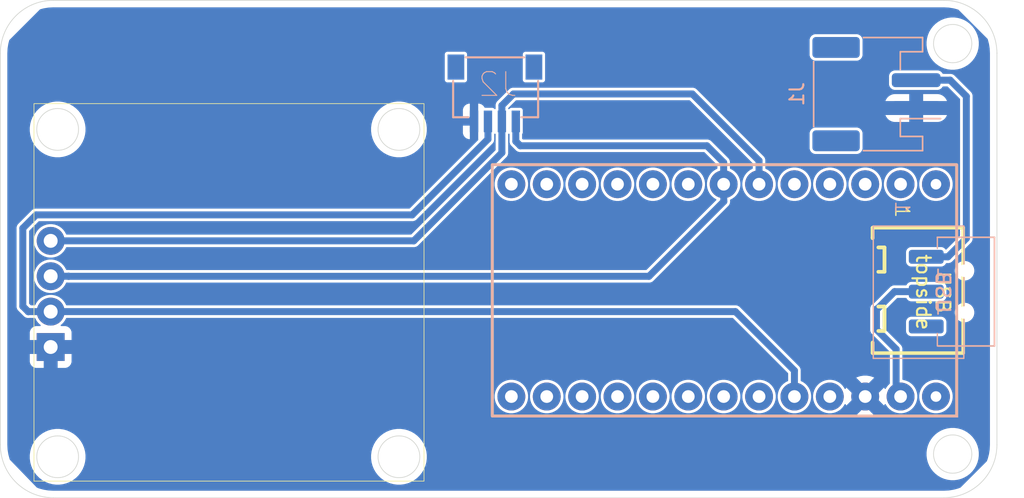
<source format=kicad_pcb>
(kicad_pcb (version 20241229) (generator "pcbnew") (generator_version "9.0")
  (layers (0 "F.Cu" signal) (2 "B.Cu" signal) (13 "F.Paste" user) (15 "B.Paste" user) (5 "F.SilkS" user "F.Silkscreen") (7 "B.SilkS" user "B.Silkscreen") (1 "F.Mask" user) (3 "B.Mask" user) (25 "Edge.Cuts" user))
  (net 0 "")
  (net 1 "/RAW")
  (net 2 "GND")
  (net 3 "/SCL")
  (net 4 "/SDA")
  (net 5 "VCC")
  (net 27 "/rawswitch")
  (footprint "ssd1306-toupee:ssd1306-toupee" (layer "F.Cu") (at 156.2 86.625 90)
    (property "Reference" "J3" (hide yes))
    (property "Value" "Conn_01x04_Pin" (hide yes))
    (fp_rect (start -13.5 -12.4) (end 13.6 15.6) (stroke (width 0.05)) (fill no) (layer "F.SilkS"))
    (fp_circle (center 11.75 -10.7) (end 13.25 -10.7) (stroke (width 0.05)) (fill no) (layer "Edge.Cuts"))
    (fp_circle (center -11.75 -10.7) (end -10.25 -10.7) (stroke (width 0.05)) (fill no) (layer "Edge.Cuts"))
    (fp_circle (center 11.75 13.8) (end 13.25 13.8) (stroke (width 0.05)) (fill no) (layer "Edge.Cuts"))
    (fp_circle (center -11.75 13.8) (end -10.25 13.8) (stroke (width 0.05)) (fill no) (layer "Edge.Cuts"))
    (pad "1" thru_hole rect (at -3.87 -11.2 90) (size 2 2) (drill 1) (layers "*.Cu" "*.Mask") (net 2 "GND"))
    (pad "2" thru_hole circle (at -1.33 -11.2 90) (size 2 2) (drill 1) (layers "*.Cu" "*.Mask") (net 5 "VCC"))
    (pad "3" thru_hole circle (at 1.21 -11.2 90) (size 2 2) (drill 1) (layers "*.Cu" "*.Mask") (net 3 "/SCL"))
    (pad "4" thru_hole circle (at 3.75 -11.2 90) (size 2 2) (drill 1) (layers "*.Cu" "*.Mask") (net 4 "/SDA"))
  )
  (footprint "Library:SuperMini NRF52840" (layer "F.Cu") (at 208.55 78.809991 -90)
    (property "Reference" "U1" (hide yes))
    (property "Value" "Nice! Nano (ProMicro)" (hide yes))
    (fp_line (start 3.11554 4.54755) (end 3.82448 4.54755) (stroke (width 0.254)) (layer "F.SilkS"))
    (fp_line (start 3.11554 4.54755) (end 3.82448 4.54755) (stroke (width 0.254)) (layer "F.SilkS"))
    (fp_line (start 3.82448 4.54755) (end 3.87894 4.54755) (stroke (width 0.254)) (layer "F.SilkS"))
    (fp_line (start 3.82448 4.54755) (end 3.87894 4.54755) (stroke (width 0.254)) (layer "F.SilkS"))
    (fp_line (start 11.36119 4.54755) (end 12.11999 4.54755) (stroke (width 0.254)) (layer "F.SilkS"))
    (fp_line (start 11.36119 4.54755) (end 12.11999 4.54755) (stroke (width 0.254)) (layer "F.SilkS"))
    (fp_line (start 4.53558 3.69469) (end 4.53558 4.13642) (stroke (width 0.254)) (layer "F.SilkS"))
    (fp_line (start 4.53558 3.69469) (end 4.53558 4.13642) (stroke (width 0.254)) (layer "F.SilkS"))
    (fp_line (start 4.53558 3.69469) (end 6.28559 3.69469) (stroke (width 0.254)) (layer "F.SilkS"))
    (fp_line (start 4.53558 3.69469) (end 6.28559 3.69469) (stroke (width 0.254)) (layer "F.SilkS"))
    (fp_line (start 6.28559 3.69469) (end 6.28559 4.13642) (stroke (width 0.254)) (layer "F.SilkS"))
    (fp_line (start 6.28559 3.69469) (end 6.28559 4.13642) (stroke (width 0.254)) (layer "F.SilkS"))
    (fp_line (start 8.78248 3.69256) (end 8.78248 4.13642) (stroke (width 0.254)) (layer "F.SilkS"))
    (fp_line (start 8.78248 3.69256) (end 8.78248 4.13642) (stroke (width 0.254)) (layer "F.SilkS"))
    (fp_line (start 8.78248 3.69256) (end 10.53249 3.69256) (stroke (width 0.254)) (layer "F.SilkS"))
    (fp_line (start 8.78248 3.69256) (end 10.53249 3.69256) (stroke (width 0.254)) (layer "F.SilkS"))
    (fp_line (start 10.53249 3.69256) (end 10.53249 4.1349) (stroke (width 0.254)) (layer "F.SilkS"))
    (fp_line (start 10.53249 3.69256) (end 10.53249 4.1349) (stroke (width 0.254)) (layer "F.SilkS"))
    (fp_line (start 3.12001 -1.95244) (end 3.12001 4.54755) (stroke (width 0.254)) (layer "F.SilkS"))
    (fp_line (start 3.12001 -1.95244) (end 3.12001 4.54755) (stroke (width 0.254)) (layer "F.SilkS"))
    (fp_line (start 3.12001 -1.95244) (end 3.17 -1.95244) (stroke (width 0.254)) (layer "F.SilkS"))
    (fp_line (start 3.12001 -1.95244) (end 3.17 -1.95244) (stroke (width 0.254)) (layer "F.SilkS"))
    (fp_line (start 3.17 -1.95244) (end 12.11999 -1.95244) (stroke (width 0.254)) (layer "F.SilkS"))
    (fp_line (start 12.11999 -1.95244) (end 12.11999 4.54755) (stroke (width 0.254)) (layer "F.SilkS"))
    (fp_rect (start 16.64246 -1.488391) (end -1.402441 31.84999) (stroke (width 0.2)) (fill no) (layer "F.SilkS"))
    (fp_line (start 3 4.5) (end 3 -2) (stroke (width 0.1)) (layer "B.SilkS"))
    (fp_line (start 12.5 4.5) (end 3 4.5) (stroke (width 0.1)) (layer "B.SilkS"))
    (fp_line (start 3 -2) (end 12.5 -2) (stroke (width 0.1)) (layer "B.SilkS"))
    (fp_line (start 12.5 -2) (end 12.5 4.5) (stroke (width 0.1)) (layer "B.SilkS"))
    (fp_rect (start 16.64246 -1.488391) (end -1.402441 31.84999) (stroke (width 0.2)) (fill no) (layer "B.SilkS"))
    (fp_text user "topside" (at 7.75246 1.491609 270) (layer "F.SilkS") (effects (justify bottom)))
    (fp_text user "USB" (at 7.75246 0.091609 270) (layer "F.SilkS") (effects (justify bottom)))
    (fp_text user "1" (at 1.406799 3.007018 270) (layer "F.SilkS") (effects (font (thickness 0.1)) (justify left bottom)))
    (fp_text user "USB" (at 7.75246 0.091609 270) (layer "B.SilkS") (effects (justify bottom mirror)))
    (fp_text user "1" (at 2.1946 3.005995 270) (layer "B.SilkS") (effects (font (thickness 0.1)) (justify left bottom mirror)))
    (pad "1" thru_hole circle (at 0 2.54) (size 2 2) (drill 0.9144) (layers "*.Cu" "*.Mask"))
    (pad "2" thru_hole circle (at 0 5.08) (size 2 2) (drill 0.9144) (layers "*.Cu" "*.Mask"))
    (pad "3" thru_hole circle (at 0 7.62) (size 2 2) (drill 0.9144) (layers "*.Cu" "*.Mask"))
    (pad "4" thru_hole circle (at 0 10.16) (size 2 2) (drill 0.9144) (layers "*.Cu" "*.Mask"))
    (pad "5" thru_hole circle (at 0 12.7) (size 2 2) (drill 0.9144) (layers "*.Cu" "*.Mask") (net 4 "/SDA"))
    (pad "6" thru_hole circle (at 0 15.24) (size 2 2) (drill 0.9144) (layers "*.Cu" "*.Mask") (net 3 "/SCL"))
    (pad "7" thru_hole circle (at 0 17.78) (size 2 2) (drill 0.9144) (layers "*.Cu" "*.Mask"))
    (pad "8" thru_hole circle (at 0 20.32) (size 2 2) (drill 0.9144) (layers "*.Cu" "*.Mask"))
    (pad "9" thru_hole circle (at 0 22.86) (size 2 2) (drill 0.9144) (layers "*.Cu" "*.Mask"))
    (pad "10" thru_hole circle (at 0 25.4) (size 2 2) (drill 0.9144) (layers "*.Cu" "*.Mask"))
    (pad "11" thru_hole circle (at 0 27.94) (size 2 2) (drill 0.9144) (layers "*.Cu" "*.Mask"))
    (pad "12" thru_hole circle (at 0 30.48) (size 2 2) (drill 0.914) (layers "*.Cu" "*.Mask"))
    (pad "13" thru_hole circle (at 15.24001 30.47999 180) (size 2 2) (drill 0.9144) (layers "*.Cu" "*.Mask"))
    (pad "14" thru_hole circle (at 15.24001 27.93999 180) (size 2 2) (drill 0.9144) (layers "*.Cu" "*.Mask"))
    (pad "15" thru_hole circle (at 15.24001 25.39999 180) (size 2 2) (drill 0.9144) (layers "*.Cu" "*.Mask"))
    (pad "16" thru_hole circle (at 15.24001 22.85999 180) (size 2 2) (drill 0.9144) (layers "*.Cu" "*.Mask"))
    (pad "17" thru_hole circle (at 15.24001 20.31999 180) (size 2 2) (drill 0.9144) (layers "*.Cu" "*.Mask"))
    (pad "18" thru_hole circle (at 15.24001 17.77999 180) (size 2 2) (drill 0.9144) (layers "*.Cu" "*.Mask"))
    (pad "19" thru_hole circle (at 15.24001 15.23999 180) (size 2 2) (drill 0.9144) (layers "*.Cu" "*.Mask"))
    (pad "20" thru_hole circle (at 15.24001 12.69999 180) (size 2 2) (drill 0.9144) (layers "*.Cu" "*.Mask"))
    (pad "21" thru_hole circle (at 15.24001 10.15999 180) (size 2 2) (drill 0.9144) (layers "*.Cu" "*.Mask") (net 5 "VCC"))
    (pad "22" thru_hole circle (at 15.24001 7.61999 180) (size 2 2) (drill 0.9144) (layers "*.Cu" "*.Mask"))
    (pad "23" thru_hole circle (at 15.24001 5.07999 180) (size 2 2) (drill 0.9144) (layers "*.Cu" "*.Mask") (net 2 "GND"))
    (pad "24" thru_hole circle (at 15.24001 2.53999 180) (size 2 2) (drill 0.9144) (layers "*.Cu" "*.Mask") (net 1 "/RAW"))
    (pad "33" thru_hole circle (at 0 0) (size 2 2) (drill 0.762) (layers "*.Cu" "*.Mask"))
    (pad "34" thru_hole circle (at 15.24001 -0.00001 180) (size 2 2) (drill 0.762) (layers "*.Cu" "*.Mask"))
  )
  (footprint "footprints:JST_SH4" (layer "B.Cu") (at 176.89 72.294)
    (property "Reference" "J2" (at -1.3 -1.644 0) (layer "B.SilkS") (effects (font (size 1.703222 1.703222) (thickness 0.074778)) (justify right top mirror)))
    (property "Value" "Conn_01x04_Socket" (hide yes))
    (fp_line (start -3 -0.894) (end -3 1.706) (stroke (width 0.1524)) (layer "B.SilkS"))
    (fp_line (start -3 1.706) (end -1.9 1.706) (stroke (width 0.1524)) (layer "B.SilkS"))
    (fp_line (start -2.1 -2.594) (end 2.1 -2.594) (stroke (width 0.1524)) (layer "B.SilkS"))
    (fp_line (start 1.9 1.706) (end 3.1 1.706) (stroke (width 0.1524)) (layer "B.SilkS"))
    (fp_line (start 3.1 1.706) (end 3.1 -0.894) (stroke (width 0.1524)) (layer "B.SilkS"))
    (pad "1" smd rect (at -1.5 2.006 270) (size 1.55 0.6) (layers "B.Cu" "B.Mask" "B.Paste") (net 2 "GND"))
    (pad "2" smd rect (at -0.5 2.006 270) (size 1.55 0.6) (layers "B.Cu" "B.Mask" "B.Paste") (net 5 "VCC"))
    (pad "3" smd rect (at 0.5 2.006 270) (size 1.55 0.6) (layers "B.Cu" "B.Mask" "B.Paste") (net 4 "/SDA"))
    (pad "4" smd rect (at 1.5 2.006 270) (size 1.55 0.6) (layers "B.Cu" "B.Mask" "B.Paste") (net 3 "/SCL"))
    (pad "MT1" smd rect (at -2.8 -1.894 270) (size 1.8 1.2) (layers "B.Cu" "B.Mask" "B.Paste"))
    (pad "MT2" smd rect (at 2.8 -1.894 270) (size 1.8 1.2) (layers "B.Cu" "B.Mask" "B.Paste"))
  )
  (footprint "sw_spdt_slide_mskt-12c03:Untitled" (layer "B.Cu") (at 210.35 86.52 -90)
    (property "Reference" "SW1" (hide yes))
    (property "Value" "SW_SPST" (hide yes))
    (fp_line (start -3.1 1.7) (end -3.9 1.7) (stroke (width 0.1)) (layer "B.SilkS"))
    (fp_line (start 3 1.7) (end 3.9 1.7) (stroke (width 0.1)) (layer "B.SilkS"))
    (fp_line (start -0.9 1.65) (end -1.6 1.65) (stroke (width 0.12)) (layer "B.SilkS"))
    (fp_line (start 1.6 1.65) (end 0.9 1.65) (stroke (width 0.12)) (layer "B.SilkS"))
    (fp_line (start 3.9 1.65) (end 3.9 -2.4) (stroke (width 0.12)) (layer "B.SilkS"))
    (fp_line (start -3.9 -2.4) (end -3.9 1.7) (stroke (width 0.12)) (layer "B.SilkS"))
    (fp_line (start -3.9 -2.4) (end 3.9 -2.4) (stroke (width 0.12)) (layer "B.SilkS"))
    (pad "" np_thru_hole circle (at -1.5 -0.25 270) (size 0.9 0.9) (drill 0.9) (layers "*.Cu" "*.Mask"))
    (pad "" np_thru_hole circle (at 1.5 -0.25 270) (size 0.9 0.9) (drill 0.9) (layers "*.Cu" "*.Mask"))
    (pad "1" smd roundrect (at -2.5 2.5 270) (size 1 2.5) (layers "B.Cu" "B.Mask" "B.Paste") (roundrect_rratio 0.2) (net 27 "/rawswitch"))
    (pad "2" smd roundrect (at 0 2.5 270) (size 1 2.5) (layers "B.Cu" "B.Mask" "B.Paste") (roundrect_rratio 0.2) (net 1 "/RAW"))
    (pad "3" smd roundrect (at 2.5 2.5 270) (size 1 2.5) (layers "B.Cu" "B.Mask" "B.Paste") (roundrect_rratio 0.2))
  )
  (footprint "Connector_JST:JST_PH_S2B-PH-SM4-TB_1x02-1MP_P2.00mm_Horizontal" (layer "B.Cu") (at 204.28 72.34 90)
    (property "Reference" "J1" (at 0 -5.71 90) (layer "B.SilkS") (effects (justify mirror)))
    (property "Value" "Conn_01x02_Socket" (hide yes))
    (fp_line (start -2.34 -4.51) (end 2.34 -4.51) (stroke (width 0.12)) (layer "B.SilkS"))
    (fp_line (start 4.06 -0.94) (end 4.06 3.31) (stroke (width 0.12)) (layer "B.SilkS"))
    (fp_line (start -4.06 -0.94) (end -4.06 3.31) (stroke (width 0.12)) (layer "B.SilkS"))
    (fp_line (start 3.04 1.71) (end 1.76 1.71) (stroke (width 0.12)) (layer "B.SilkS"))
    (fp_line (start -1.76 1.71) (end -1.76 4.6) (stroke (width 0.12)) (layer "B.SilkS"))
    (fp_line (start -3.04 1.71) (end -1.76 1.71) (stroke (width 0.12)) (layer "B.SilkS"))
    (fp_line (start 4.06 3.31) (end 3.04 3.31) (stroke (width 0.12)) (layer "B.SilkS"))
    (fp_line (start 3.04 3.31) (end 3.04 1.71) (stroke (width 0.12)) (layer "B.SilkS"))
    (fp_line (start -3.04 3.31) (end -3.04 1.71) (stroke (width 0.12)) (layer "B.SilkS"))
    (fp_line (start -4.06 3.31) (end -3.04 3.31) (stroke (width 0.12)) (layer "B.SilkS"))
    (pad "1" smd roundrect (at -1 2.85 90) (size 1 3.5) (layers "B.Cu" "B.Mask" "B.Paste") (net 2 "GND"))
    (pad "2" smd roundrect (at 1 2.85 90) (size 1 3.5) (layers "B.Cu" "B.Mask" "B.Paste") (net 27 "/rawswitch"))
    (pad "MP" smd roundrect (at -3.35 -2.9 90) (size 1.5 3.4) (layers "B.Cu" "B.Mask" "B.Paste") (roundrect_rratio 0.166667))
    (pad "MP" smd roundrect (at 3.35 -2.9 90) (size 1.5 3.4) (layers "B.Cu" "B.Mask" "B.Paste") (roundrect_rratio 0.166667))
  )
  (gr_circle (center 209.75 68.715) (end 209.75 67.34) (stroke (width 0.05)) (fill no) (layer "Edge.Cuts"))
  (gr_circle (center 209.75 98.18) (end 209.75 96.805) (stroke (width 0.05)) (fill no) (layer "Edge.Cuts"))
  (gr_line (start 209.125988 65.61) (end 145.187006 65.609999) (stroke (width 0.05)) (layer "Edge.Cuts"))
  (gr_arc (start 212.925988 97.512994) (mid 211.812994 100.2) (end 209.125988 101.312994) (stroke (width 0.05)) (layer "Edge.Cuts"))
  (gr_arc (start 209.125988 65.609999) (mid 211.812999 66.722989) (end 212.925988 69.409999) (stroke (width 0.05)) (layer "Edge.Cuts"))
  (gr_line (start 212.925988 97.512994) (end 212.925988 69.400061) (stroke (width 0.05)) (layer "Edge.Cuts"))
  (gr_line (start 141.387006 69.409999) (end 141.387006 97.512994) (stroke (width 0.05)) (layer "Edge.Cuts"))
  (gr_arc (start 145.187006 101.312994) (mid 142.5 100.2) (end 141.387006 97.512994) (stroke (width 0.05)) (layer "Edge.Cuts"))
  (gr_line (start 209.125988 101.312987) (end 145.187 101.312992) (stroke (width 0.05)) (layer "Edge.Cuts"))
  (gr_arc (start 141.387006 69.409999) (mid 142.5 66.722993) (end 145.187006 65.609999) (stroke (width 0.05)) (layer "Edge.Cuts"))
  (segment (start 205.58 86.52) (end 207.85 86.52) (width 0.5) (layer "B.Cu") (net 1))
  (segment (start 205.69001 94.050001) (end 205.69001 90.65001) (width 0.5) (layer "B.Cu") (net 1))
  (segment (start 205.69001 90.65001) (end 204.28 89.24) (width 0.5) (layer "B.Cu") (net 1))
  (segment (start 204.33 87.77) (end 205.58 86.52) (width 0.5) (layer "B.Cu") (net 1))
  (segment (start 204.28 89.24) (end 204.28 87.77) (width 0.5) (layer "B.Cu") (net 1))
  (segment (start 204.28 87.77) (end 204.33 87.77) (width 0.5) (layer "B.Cu") (net 1))
  (segment (start 193.31 77.25) (end 192.11 76.05) (width 0.5) (layer "B.Cu") (net 3))
  (segment (start 178.39 75.73) (end 178.39 74.3) (width 0.5) (layer "B.Cu") (net 3))
  (segment (start 193.32 80.05) (end 193.32 78.819991) (width 0.5) (layer "B.Cu") (net 3))
  (segment (start 192.11 76.05) (end 178.71 76.05) (width 0.5) (layer "B.Cu") (net 3))
  (segment (start 193.32 78.819991) (end 193.31 78.809991) (width 0.5) (layer "B.Cu") (net 3))
  (segment (start 187.95 85.42) (end 193.32 80.05) (width 0.5) (layer "B.Cu") (net 3))
  (segment (start 145 85.415) (end 146.285 85.415) (width 0.5) (layer "B.Cu") (net 3))
  (segment (start 178.71 76.05) (end 178.39 75.73) (width 0.5) (layer "B.Cu") (net 3))
  (segment (start 193.31 78.809991) (end 193.31 77.25) (width 0.5) (layer "B.Cu") (net 3))
  (segment (start 146.285 85.415) (end 146.29 85.42) (width 0.5) (layer "B.Cu") (net 3))
  (segment (start 146.29 85.42) (end 187.95 85.42) (width 0.5) (layer "B.Cu") (net 3))
  (segment (start 191.06 72.33) (end 178.22 72.33) (width 0.5) (layer "B.Cu") (net 4))
  (segment (start 195.85 78.809991) (end 195.85 77.12) (width 0.5) (layer "B.Cu") (net 4))
  (segment (start 171.065 82.875) (end 145 82.875) (width 0.5) (layer "B.Cu") (net 4))
  (segment (start 195.53 78.809991) (end 195.87 78.469991) (width 0.5) (layer "B.Cu") (net 4))
  (segment (start 178.22 72.33) (end 177.39 73.16) (width 0.5) (layer "B.Cu") (net 4))
  (segment (start 195.85 77.12) (end 191.06 72.33) (width 0.5) (layer "B.Cu") (net 4))
  (segment (start 177.39 76.55) (end 171.065 82.875) (width 0.5) (layer "B.Cu") (net 4))
  (segment (start 177.39 73.16) (end 177.39 74.3) (width 0.5) (layer "B.Cu") (net 4))
  (segment (start 177.39 74.3) (end 177.39 76.55) (width 0.5) (layer "B.Cu") (net 4))
  (segment (start 143 87.57) (end 143.39 87.96) (width 0.5) (layer "B.Cu") (net 5))
  (segment (start 143.395 87.955) (end 145 87.955) (width 0.5) (layer "B.Cu") (net 5))
  (segment (start 176.39 75.575) (end 170.955 81.01) (width 0.5) (layer "B.Cu") (net 5))
  (segment (start 143.39 87.96) (end 143.395 87.955) (width 0.5) (layer "B.Cu") (net 5))
  (segment (start 170.955 81.01) (end 143.96 81.01) (width 0.5) (layer "B.Cu") (net 5))
  (segment (start 194.155 87.955) (end 145 87.955) (width 0.5) (layer "B.Cu") (net 5))
  (segment (start 143.96 81.01) (end 143 81.97) (width 0.5) (layer "B.Cu") (net 5))
  (segment (start 176.39 74.3) (end 176.39 75.575) (width 0.5) (layer "B.Cu") (net 5))
  (segment (start 198.39 92.19) (end 194.155 87.955) (width 0.5) (layer "B.Cu") (net 5))
  (segment (start 143 81.97) (end 143 87.57) (width 0.5) (layer "B.Cu") (net 5))
  (segment (start 198.39 93.730011) (end 198.39 92.19) (width 0.5) (layer "B.Cu") (net 5))
  (segment (start 198.07001 94.050001) (end 198.39 93.730011) (width 0.5) (layer "B.Cu") (net 5))
  (segment (start 210.73 72.5) (end 210.73 82.7) (width 0.5) (layer "B.Cu") (net 27))
  (segment (start 209.41 84.02) (end 207.85 84.02) (width 0.5) (layer "B.Cu") (net 27))
  (segment (start 209.57 71.34) (end 210.73 72.5) (width 0.5) (layer "B.Cu") (net 27))
  (segment (start 207.13 71.34) (end 209.57 71.34) (width 0.5) (layer "B.Cu") (net 27))
  (segment (start 210.73 82.7) (end 209.41 84.02) (width 0.5) (layer "B.Cu") (net 27))
  (zone (net 2) (net_name "GND") (layer "B.Cu") (connect_pads (clearance 0.1)) (min_thickness 0.1) (fill yes (thermal_gap 0.5) (thermal_bridge_width 1))
    (polygon (pts (xy 144.79 65.7) (xy 209.58 65.7) (xy 212.8 68.92) (xy 212.8 98.1) (xy 209.7 101.2) (xy 144.6 101.2) (xy 141.5 98) (xy 141.5 68.99)))
  )
)
</source>
